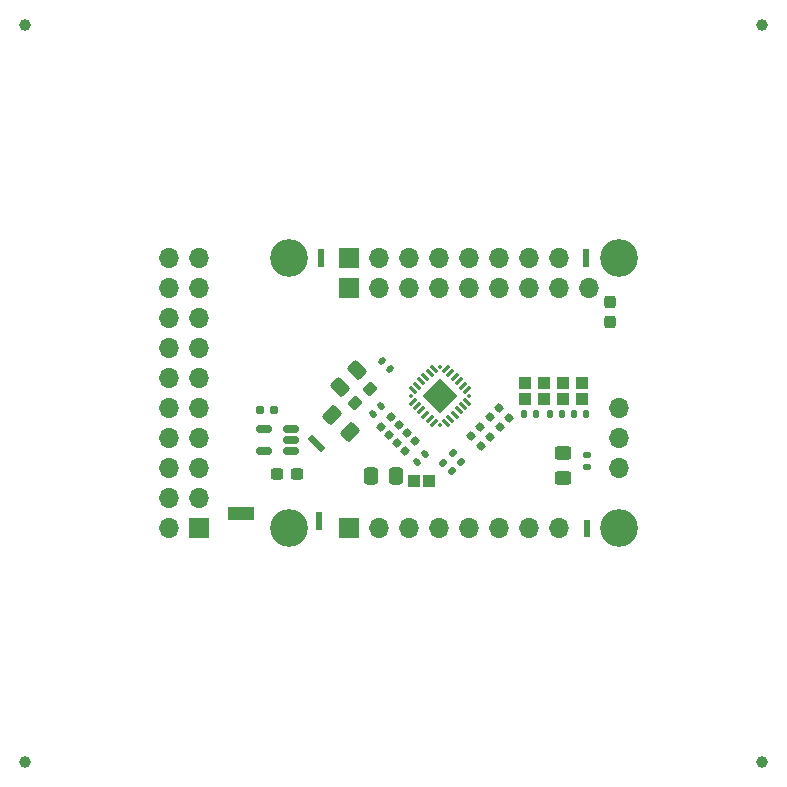
<source format=gts>
G04 #@! TF.GenerationSoftware,KiCad,Pcbnew,9.0.4*
G04 #@! TF.CreationDate,2025-08-20T21:16:51-04:00*
G04 #@! TF.ProjectId,jlcpcb_1x1,6a6c6370-6362-45f3-9178-312e6b696361,rev?*
G04 #@! TF.SameCoordinates,Original*
G04 #@! TF.FileFunction,Soldermask,Top*
G04 #@! TF.FilePolarity,Negative*
%FSLAX46Y46*%
G04 Gerber Fmt 4.6, Leading zero omitted, Abs format (unit mm)*
G04 Created by KiCad (PCBNEW 9.0.4) date 2025-08-20 21:16:51*
%MOMM*%
%LPD*%
G01*
G04 APERTURE LIST*
G04 Aperture macros list*
%AMRoundRect*
0 Rectangle with rounded corners*
0 $1 Rounding radius*
0 $2 $3 $4 $5 $6 $7 $8 $9 X,Y pos of 4 corners*
0 Add a 4 corners polygon primitive as box body*
4,1,4,$2,$3,$4,$5,$6,$7,$8,$9,$2,$3,0*
0 Add four circle primitives for the rounded corners*
1,1,$1+$1,$2,$3*
1,1,$1+$1,$4,$5*
1,1,$1+$1,$6,$7*
1,1,$1+$1,$8,$9*
0 Add four rect primitives between the rounded corners*
20,1,$1+$1,$2,$3,$4,$5,0*
20,1,$1+$1,$4,$5,$6,$7,0*
20,1,$1+$1,$6,$7,$8,$9,0*
20,1,$1+$1,$8,$9,$2,$3,0*%
%AMRotRect*
0 Rectangle, with rotation*
0 The origin of the aperture is its center*
0 $1 length*
0 $2 width*
0 $3 Rotation angle, in degrees counterclockwise*
0 Add horizontal line*
21,1,$1,$2,0,0,$3*%
G04 Aperture macros list end*
%ADD10C,0.000000*%
%ADD11C,0.010000*%
%ADD12RoundRect,0.062500X-0.185616X-0.274004X0.274004X0.185616X0.185616X0.274004X-0.274004X-0.185616X0*%
%ADD13RoundRect,0.062500X0.185616X-0.274004X0.274004X-0.185616X-0.185616X0.274004X-0.274004X0.185616X0*%
%ADD14RotRect,2.100000X2.100000X45.000000*%
%ADD15RoundRect,0.062500X0.000000X-0.088388X0.088388X0.000000X0.000000X0.088388X-0.088388X0.000000X0*%
%ADD16C,1.000000*%
%ADD17RoundRect,0.160000X0.026517X0.252791X-0.252791X-0.026517X-0.026517X-0.252791X0.252791X0.026517X0*%
%ADD18R,0.508000X0.500000*%
%ADD19R,0.508000X0.508000*%
%ADD20RoundRect,0.135000X-0.135000X-0.185000X0.135000X-0.185000X0.135000X0.185000X-0.135000X0.185000X0*%
%ADD21RoundRect,0.160000X-0.252791X0.026517X0.026517X-0.252791X0.252791X-0.026517X-0.026517X0.252791X0*%
%ADD22RoundRect,0.140000X-0.021213X0.219203X-0.219203X0.021213X0.021213X-0.219203X0.219203X-0.021213X0*%
%ADD23R,1.000000X1.000000*%
%ADD24RoundRect,0.250000X0.337500X0.475000X-0.337500X0.475000X-0.337500X-0.475000X0.337500X-0.475000X0*%
%ADD25RoundRect,0.135000X0.135000X0.185000X-0.135000X0.185000X-0.135000X-0.185000X0.135000X-0.185000X0*%
%ADD26RoundRect,0.250000X-0.450000X0.325000X-0.450000X-0.325000X0.450000X-0.325000X0.450000X0.325000X0*%
%ADD27R,1.700000X1.700000*%
%ADD28O,1.700000X1.700000*%
%ADD29C,3.200000*%
%ADD30RoundRect,0.237500X-0.300000X-0.237500X0.300000X-0.237500X0.300000X0.237500X-0.300000X0.237500X0*%
%ADD31RoundRect,0.150000X0.512500X0.150000X-0.512500X0.150000X-0.512500X-0.150000X0.512500X-0.150000X0*%
%ADD32RoundRect,0.140000X0.219203X0.021213X0.021213X0.219203X-0.219203X-0.021213X-0.021213X-0.219203X0*%
%ADD33RoundRect,0.135000X0.226274X0.035355X0.035355X0.226274X-0.226274X-0.035355X-0.035355X-0.226274X0*%
%ADD34RoundRect,0.250000X-0.097227X0.574524X-0.574524X0.097227X0.097227X-0.574524X0.574524X-0.097227X0*%
%ADD35RoundRect,0.160000X0.197500X0.160000X-0.197500X0.160000X-0.197500X-0.160000X0.197500X-0.160000X0*%
%ADD36RoundRect,0.237500X-0.044194X-0.380070X0.380070X0.044194X0.044194X0.380070X-0.380070X-0.044194X0*%
%ADD37RoundRect,0.135000X-0.226274X-0.035355X-0.035355X-0.226274X0.226274X0.035355X0.035355X0.226274X0*%
%ADD38RoundRect,0.250000X0.574524X0.097227X0.097227X0.574524X-0.574524X-0.097227X-0.097227X-0.574524X0*%
%ADD39RoundRect,0.237500X-0.237500X0.300000X-0.237500X-0.300000X0.237500X-0.300000X0.237500X0.300000X0*%
%ADD40RoundRect,0.135000X-0.185000X0.135000X-0.185000X-0.135000X0.185000X-0.135000X0.185000X0.135000X0*%
%ADD41RotRect,0.508000X0.508000X315.000000*%
G04 APERTURE END LIST*
G04 #@! TO.C,E109*
G36*
X51243500Y-24009000D02*
G01*
X51751500Y-24009000D01*
X51751500Y-23509000D01*
X51243500Y-23509000D01*
X51243500Y-24009000D01*
G37*
G04 #@! TO.C,G118*
G36*
X51343500Y-46909000D02*
G01*
X51851500Y-46909000D01*
X51851500Y-46409000D01*
X51343500Y-46409000D01*
X51343500Y-46909000D01*
G37*
G04 #@! TO.C,G117*
G36*
X28643500Y-46309000D02*
G01*
X29151500Y-46309000D01*
X29151500Y-45809000D01*
X28643500Y-45809000D01*
X28643500Y-46309000D01*
G37*
G04 #@! TO.C,E108*
G36*
X28843500Y-24009000D02*
G01*
X29351500Y-24009000D01*
X29351500Y-23509000D01*
X28843500Y-23509000D01*
X28843500Y-24009000D01*
G37*
D10*
G04 #@! TO.C,DOUT108*
G36*
X29051053Y-39449343D02*
G01*
X28691843Y-39808553D01*
X28343947Y-39460657D01*
X28703157Y-39101447D01*
X29051053Y-39449343D01*
G37*
G04 #@! TO.C,5V108*
D11*
X23357500Y-45855000D02*
X21247500Y-45855000D01*
X21247500Y-44855000D01*
X23357500Y-44855000D01*
X23357500Y-45855000D01*
G36*
X23357500Y-45855000D02*
G01*
X21247500Y-45855000D01*
X21247500Y-44855000D01*
X23357500Y-44855000D01*
X23357500Y-45855000D01*
G37*
G04 #@! TD*
D12*
G04 #@! TO.C,TAC5212*
X36877275Y-35962005D03*
X37230828Y-36315559D03*
X37584382Y-36669112D03*
X37937935Y-37022665D03*
X38291488Y-37376219D03*
X38645042Y-37729772D03*
D13*
X39688024Y-37729772D03*
X40041578Y-37376219D03*
X40395131Y-37022665D03*
X40748684Y-36669112D03*
X41102238Y-36315559D03*
X41455791Y-35962005D03*
D12*
X41455791Y-34919023D03*
X41102238Y-34565469D03*
X40748684Y-34211916D03*
X40395131Y-33858363D03*
X40041578Y-33504809D03*
X39688024Y-33151256D03*
D13*
X38645042Y-33151256D03*
X38291488Y-33504809D03*
X37937935Y-33858363D03*
X37584382Y-34211916D03*
X37230828Y-34565469D03*
X36877275Y-34919023D03*
D14*
X39166533Y-35440514D03*
D15*
X36734086Y-35440514D03*
X39166533Y-37872961D03*
X41598980Y-35440514D03*
X39166533Y-33008067D03*
G04 #@! TD*
D16*
G04 #@! TO.C,KiKit_FID_T_2*
X66460000Y-4000000D03*
G04 #@! TD*
D17*
G04 #@! TO.C,R117*
X35514586Y-39435455D03*
X36359578Y-38590463D03*
G04 #@! TD*
G04 #@! TO.C,R119*
X34171083Y-38091952D03*
X35016075Y-37246960D03*
G04 #@! TD*
D18*
G04 #@! TO.C,E109*
X51497500Y-24259000D03*
D19*
X51497500Y-23255000D03*
G04 #@! TD*
D16*
G04 #@! TO.C,KiKit_FID_T_1*
X4000000Y-4000000D03*
G04 #@! TD*
D20*
G04 #@! TO.C,R123*
X50487500Y-36955000D03*
X51507500Y-36955000D03*
G04 #@! TD*
D21*
G04 #@! TO.C,R110*
X45019996Y-37277496D03*
X44175004Y-36432504D03*
G04 #@! TD*
D22*
G04 #@! TO.C,C112*
X37936911Y-40315589D03*
X37258089Y-40994411D03*
G04 #@! TD*
D23*
G04 #@! TO.C,PU_EN108*
X36947500Y-42655000D03*
X38247500Y-42655000D03*
G04 #@! TD*
D18*
G04 #@! TO.C,G118*
X51597500Y-47159000D03*
D19*
X51597500Y-46155000D03*
G04 #@! TD*
D17*
G04 #@! TO.C,R118*
X36186337Y-40107207D03*
X37031329Y-39262215D03*
G04 #@! TD*
D24*
G04 #@! TO.C,C111*
X35435000Y-42255000D03*
X33360000Y-42255000D03*
G04 #@! TD*
D23*
G04 #@! TO.C,ADD112*
X47997500Y-35655000D03*
X47997500Y-34355000D03*
G04 #@! TD*
D21*
G04 #@! TO.C,R114*
X42619996Y-39677496D03*
X41775004Y-38832504D03*
G04 #@! TD*
D25*
G04 #@! TO.C,R124*
X47307500Y-36955000D03*
X46287500Y-36955000D03*
G04 #@! TD*
D21*
G04 #@! TO.C,R113*
X43419996Y-38877496D03*
X42575004Y-38032504D03*
G04 #@! TD*
D23*
G04 #@! TO.C,ADD111*
X51197500Y-35655000D03*
X51197500Y-34355000D03*
G04 #@! TD*
D26*
G04 #@! TO.C,D116*
X49572500Y-40305000D03*
X49572500Y-42355000D03*
G04 #@! TD*
D27*
G04 #@! TO.C,board_outline108*
X18735000Y-46655000D03*
D28*
X16195000Y-46655000D03*
X18735000Y-44115000D03*
X16195000Y-44115000D03*
X18735000Y-41575000D03*
X16195000Y-41575000D03*
X18735000Y-39035000D03*
X16195000Y-39035000D03*
X18735000Y-36495000D03*
X16195000Y-36495000D03*
X18735000Y-33955000D03*
X16195000Y-33955000D03*
X18735000Y-31415000D03*
X16195000Y-31415000D03*
X18735000Y-28875000D03*
X16195000Y-28875000D03*
X18735000Y-26335000D03*
X16195000Y-26335000D03*
X18735000Y-23795000D03*
X16195000Y-23795000D03*
D27*
X31445000Y-26340000D03*
X31445000Y-23800000D03*
D28*
X33985000Y-26340000D03*
X33985000Y-23800000D03*
X36525000Y-26340000D03*
X36525000Y-23800000D03*
X39065000Y-26340000D03*
X39065000Y-23800000D03*
X41605000Y-26340000D03*
X41605000Y-23800000D03*
X44145000Y-26340000D03*
X44145000Y-23800000D03*
X46685000Y-26340000D03*
X46685000Y-23800000D03*
X49225000Y-26340000D03*
X49225000Y-23800000D03*
D27*
X31445000Y-46660000D03*
D28*
X33985000Y-46660000D03*
X36525000Y-46660000D03*
X39065000Y-46660000D03*
X41605000Y-46660000D03*
X44145000Y-46660000D03*
X46685000Y-46660000D03*
X49225000Y-46660000D03*
X54290000Y-41580000D03*
X54290000Y-39040000D03*
X54290000Y-36500000D03*
X51750000Y-26340000D03*
D29*
X26350000Y-23800000D03*
X54290000Y-23800000D03*
X26350000Y-46660000D03*
X54290000Y-46660000D03*
G04 #@! TD*
D23*
G04 #@! TO.C,ADD110*
X49597500Y-35655000D03*
X49597500Y-34355000D03*
G04 #@! TD*
D18*
G04 #@! TO.C,G117*
X28897500Y-46559000D03*
D19*
X28897500Y-45555000D03*
G04 #@! TD*
D30*
G04 #@! TO.C,C128*
X25335000Y-42055000D03*
X27060000Y-42055000D03*
G04 #@! TD*
D17*
G04 #@! TO.C,R115*
X34842834Y-38763704D03*
X35687826Y-37918712D03*
G04 #@! TD*
D25*
G04 #@! TO.C,R122*
X49507500Y-36955000D03*
X48487500Y-36955000D03*
G04 #@! TD*
D31*
G04 #@! TO.C,U108*
X26535000Y-40105000D03*
X26535000Y-39155000D03*
X26535000Y-38205000D03*
X24260000Y-38205000D03*
X24260000Y-40105000D03*
G04 #@! TD*
D32*
G04 #@! TO.C,C109*
X34936911Y-33194411D03*
X34258089Y-32515589D03*
G04 #@! TD*
D18*
G04 #@! TO.C,E108*
X29097500Y-24259000D03*
D19*
X29097500Y-23255000D03*
G04 #@! TD*
D33*
G04 #@! TO.C,R120*
X40958124Y-41015624D03*
X40236876Y-40294376D03*
G04 #@! TD*
D21*
G04 #@! TO.C,R112*
X44219996Y-38077496D03*
X43375004Y-37232504D03*
G04 #@! TD*
D23*
G04 #@! TO.C,ADD108*
X46397500Y-35655000D03*
X46397500Y-34355000D03*
G04 #@! TD*
D34*
G04 #@! TO.C,C108*
X32131123Y-33221377D03*
X30663877Y-34688623D03*
G04 #@! TD*
D35*
G04 #@! TO.C,R125*
X23900000Y-36655000D03*
X25095000Y-36655000D03*
G04 #@! TD*
D22*
G04 #@! TO.C,C116*
X34136911Y-36315589D03*
X33458089Y-36994411D03*
G04 #@! TD*
D16*
G04 #@! TO.C,KiKit_FID_T_3*
X4000000Y-66460000D03*
G04 #@! TD*
D36*
G04 #@! TO.C,C119*
X31987620Y-36064880D03*
X33207380Y-34845120D03*
G04 #@! TD*
D16*
G04 #@! TO.C,KiKit_FID_T_4*
X66460000Y-66460000D03*
G04 #@! TD*
D37*
G04 #@! TO.C,R121*
X39436876Y-41094376D03*
X40158124Y-41815624D03*
G04 #@! TD*
D38*
G04 #@! TO.C,C115*
X31531123Y-38488623D03*
X30063877Y-37021377D03*
G04 #@! TD*
D39*
G04 #@! TO.C,C118*
X53597500Y-27442500D03*
X53597500Y-29167500D03*
G04 #@! TD*
D40*
G04 #@! TO.C,R126*
X51597500Y-40445000D03*
X51597500Y-41465000D03*
G04 #@! TD*
D41*
G04 #@! TO.C,DOUT108*
X29051053Y-39808553D03*
X28343947Y-39101447D03*
G04 #@! TD*
M02*

</source>
